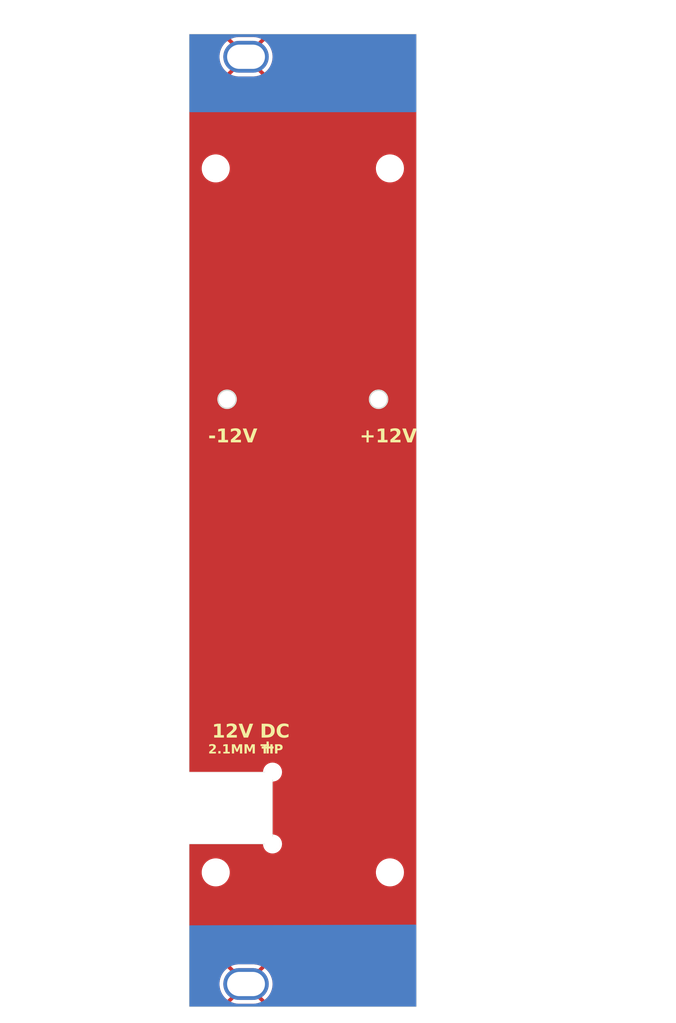
<source format=kicad_pcb>
(kicad_pcb (version 20240108) (generator "pcbnew") (generator_version "8.0")
  (layers (0 "F.Cu" signal) (31 "B.Cu" signal) (34 "B.Paste" user) (35 "F.Paste" user) (36 "B.SilkS" user "B.Silkscreen") (37 "F.SilkS" user "F.Silkscreen") (38 "B.Mask" user) (39 "F.Mask" user) (44 "Edge.Cuts" user))
  (net 0 "")
  (net 1 "GND")
  (footprint "BYOM_General:plated_rack_hole" (layer "F.Cu") (at 123.5 29.75)
    (property "Reference" "H1" (hide yes))
    (property "Value" "MountingHole_Pad")
    (pad "1" thru_hole oval (at 0 0) (size 6 4.2) (drill oval 5 3.2) (layers "*.Cu" "*.Mask") (net 1 "GND"))
  )
  (footprint "Clacktronics:2mm_NPTH" (layer "F.Cu") (at 127 133.75)
    (property "Reference" "REF**" (hide yes))
    (property "Value" "2mm_NPTH" (hide yes))
    (pad "" np_thru_hole circle (at 0 0) (size 2 2) (drill 2) (layers "F&B.Cu" "*.Mask"))
  )
  (footprint "MountingHole:MountingHole_3.2mm_M3" (layer "F.Cu") (at 119.5 137.5)
    (property "Reference" "REF**" (hide yes))
    (property "Value" "MountingHole_3.2mm_M3" (hide yes))
    (pad "" np_thru_hole circle (at 0 0) (size 3.2 3.2) (drill 3.2) (layers "*.Cu" "*.Mask"))
  )
  (footprint "MountingHole:MountingHole_3.2mm_M3" (layer "F.Cu") (at 142.5 44.5)
    (property "Reference" "REF**" (hide yes))
    (property "Value" "MountingHole_3.2mm_M3" (hide yes))
    (pad "" np_thru_hole circle (at 0 0) (size 3.2 3.2) (drill 3.2) (layers "*.Cu" "*.Mask"))
  )
  (footprint "MountingHole:MountingHole_3.2mm_M3" (layer "F.Cu") (at 119.5 44.5)
    (property "Reference" "REF**" (hide yes))
    (property "Value" "MountingHole_3.2mm_M3" (hide yes))
    (pad "" np_thru_hole circle (at 0 0) (size 3.2 3.2) (drill 3.2) (layers "*.Cu" "*.Mask"))
  )
  (footprint "BYOM_General:plated_rack_hole" (layer "F.Cu") (at 123.5 152.25)
    (property "Reference" "H2" (hide yes))
    (property "Value" "MountingHole_Pad")
    (pad "1" thru_hole oval (at 0 0) (size 6 4.2) (drill oval 5 3.2) (layers "*.Cu" "*.Mask") (net 1 "GND"))
  )
  (footprint "Clacktronics:2mm_NPTH" (layer "F.Cu") (at 127 124.25)
    (property "Reference" "REF**" (hide yes))
    (property "Value" "2mm_NPTH" (hide yes))
    (pad "" np_thru_hole circle (at 0 0) (size 2 2) (drill 2) (layers "F&B.Cu" "*.Mask"))
  )
  (footprint "MountingHole:MountingHole_3.2mm_M3" (layer "F.Cu") (at 142.5 137.5)
    (property "Reference" "REF**" (hide yes))
    (property "Value" "MountingHole_3.2mm_M3" (hide yes))
    (pad "" np_thru_hole circle (at 0 0) (size 3.2 3.2) (drill 3.2) (layers "*.Cu" "*.Mask"))
  )
  (gr_line (start 127 133.75) (end 127 124.25) (stroke (width 0.05)) (layer "Edge.Cuts"))
  (gr_line (start 116 124.25) (end 116 26.75) (stroke (width 0.05)) (layer "Edge.Cuts"))
  (gr_line (start 116 26.75) (end 146 26.75) (stroke (width 0.05)) (layer "Edge.Cuts"))
  (gr_line (start 146 155.25) (end 116 155.25) (stroke (width 0.05)) (layer "Edge.Cuts"))
  (gr_line (start 116 155.25) (end 116 133.75) (stroke (width 0.05)) (layer "Edge.Cuts"))
  (gr_line (start 146 26.75) (end 146 155.25) (stroke (width 0.05)) (layer "Edge.Cuts"))
  (gr_line (start 116 124.25) (end 127 124.25) (stroke (width 0.05)) (layer "Edge.Cuts"))
  (gr_line (start 116 133.75) (end 127 133.75) (stroke (width 0.05)) (layer "Edge.Cuts"))
  (gr_circle (center 121 75) (end 122.2 75) (stroke (width 0.18)) (fill none) (layer "Edge.Cuts"))
  (gr_circle (center 141 75) (end 142.2 75) (stroke (width 0.18)) (fill none) (layer "Edge.Cuts"))
  (gr_text "-12V" (at 118.5 81 0) (layer "F.SilkS") (effects (font (size 1.8 1.8) (thickness 0.2) (bold yes)) (justify left bottom)))
  (gr_text "12V DC" (at 119 120 0) (layer "F.SilkS") (effects (font (size 1.8 1.8) (thickness 0.2) (bold yes)) (justify left bottom)))
  (gr_text "2.1MM TIP" (at 118.5 122 0) (layer "F.SilkS") (effects (font (size 1.2 1.2) (thickness 0.2) (bold yes)) (justify left bottom)))
  (gr_text "+12V" (at 138.5 81 0) (layer "F.SilkS") (effects (font (size 1.8 1.8) (thickness 0.2) (bold yes)) (justify left bottom)))
  (gr_text "+" (at 125.3 122.1 0) (layer "F.SilkS") (effects (font (size 1.8 1.8) (thickness 0.2) (bold yes)) (justify left bottom)))
  (zone (net 1) (net_name "GND") (layer "F.Cu") (priority 1) (connect_pads (clearance 0.508)) (min_thickness 0.25) (fill yes (thermal_gap 0.5) (thermal_bridge_width 0.5) (island_removal_mode 1) (island_area_min 10))
    (polygon (pts (xy 115.5 155.5) (xy 115.5 26.072804) (xy 146.4 25.972804) (xy 146.5 155.5)))
  )
  (zone (net 0) (net_name "") (layer "B.Cu") (connect_pads (clearance 0.508)) (min_thickness 0.25) (fill yes (thermal_gap 0.5) (thermal_bridge_width 0.5) (island_removal_mode 1) (island_area_min 10))
    (polygon (pts (xy 115.5 26.072804) (xy 115.5 37.072804) (xy 146.5 37.072804) (xy 146.4 25.972804)))
  )
  (zone (net 0) (net_name "") (layer "B.Cu") (connect_pads (clearance 0.508)) (min_thickness 0.25) (fill yes (thermal_gap 0.5) (thermal_bridge_width 0.5) (island_removal_mode 1) (island_area_min 10))
    (polygon (pts (xy 115.5 144.5) (xy 115.5 155.5) (xy 146.5 155.5) (xy 146.4 144.4)))
  )
)
</source>
